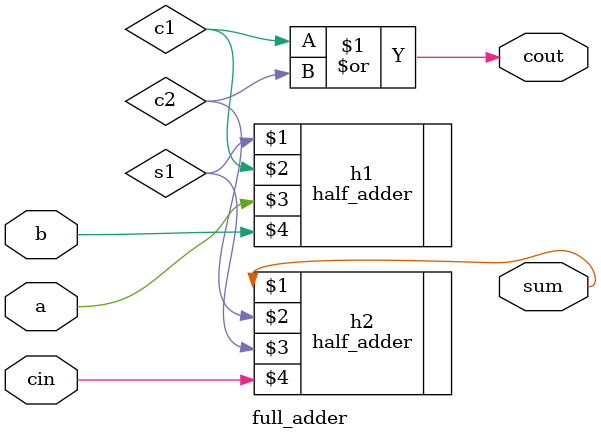
<source format=v>
`timescale 1ns / 1ps

module full_adder (
    output sum,cout,
    input a,b,cin
);
    wire s1,c1,c2;
    half_adder h1(s1,c1,a,b);
    half_adder h2(sum,c2,s1,cin);
    or o1(cout,c1,c2);
endmodule


</source>
